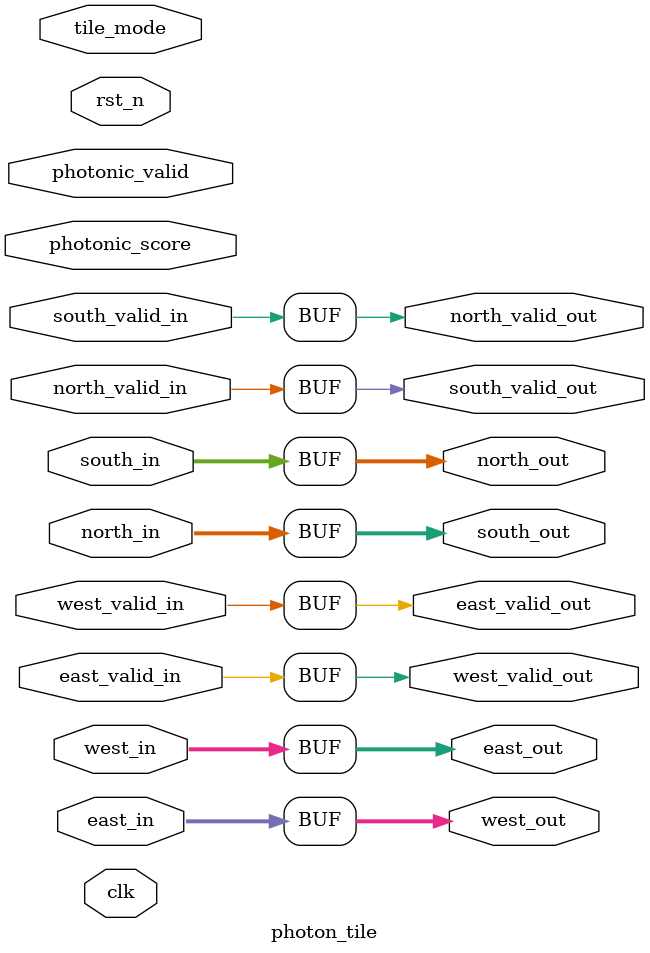
<source format=v>

module photon_tile #(
    parameter GA_DIM     = 32,
    parameter BLADE_W    = 5,
    parameter SRAM_DEPTH = 64,  // 64 multivectors = 2KB local store
    parameter ROUTER_W   = 1088 // 1024-bit MV + 64-bit header
)(
    input  wire                     clk,
    input  wire                     rst_n,
    
    // ---- Mesh Router Interface ----
    // North
    input  wire [ROUTER_W-1:0]      north_in,
    input  wire                     north_valid_in,
    output wire [ROUTER_W-1:0]      north_out,
    output wire                     north_valid_out,
    
    // South
    input  wire [ROUTER_W-1:0]      south_in,
    input  wire                     south_valid_in,
    output wire [ROUTER_W-1:0]      south_out,
    output wire                     south_valid_out,
    
    // East
    input  wire [ROUTER_W-1:0]      east_in,
    input  wire                     east_valid_in,
    output wire [ROUTER_W-1:0]      east_out,
    output wire                     east_valid_out,
    
    // West
    input  wire [ROUTER_W-1:0]      west_in,
    input  wire                     west_valid_in,
    output wire [ROUTER_W-1:0]      west_out,
    output wire                     west_valid_out,
    
    // ---- Photonic Interface ----
    // Score from the Mach-Zehnder interferometer array
    input  wire [31:0]              photonic_score,
    input  wire                     photonic_valid,
    
    // ---- Control ----
    input  wire [1:0]               tile_mode
    // 00 = Idle
    // 01 = Scoring (forward photonic score to mesh)
    // 10 = Aggregation (grade-sparse GP)
    // 11 = RRA Update (rotor * rotor, 256 MADs)
);

    // --------------------------------------------------------
    // Local SRAM (stores multivectors for this tile's partition)
    // --------------------------------------------------------
    reg [32*GA_DIM-1:0] sram [0:SRAM_DEPTH-1];
    reg [5:0]           sram_addr;
    
    // --------------------------------------------------------
    // Grade-Sparse GP Unit
    // Supports three subgrades of the full GP:
    //   - Scalar Product:   32 MADs (scoring)
    //   - Rotor * Vector:   80 MADs (value aggregation)
    //   - Rotor * Rotor:   256 MADs (RRA state update)
    // --------------------------------------------------------
    
    // Rotor indices: grade {0, 2, 4}
    // Blade indices with popcount in {0, 2, 4}
    // Grade 0: [0]
    // Grade 2: [3, 5, 6, 9, 10, 12, 17, 18, 20, 24]
    // Grade 4: [15, 23, 27, 29, 30]
    // Total: 16 rotor components
    
    // Vector indices: grade {1}
    // [1, 2, 4, 8, 16]
    // Total: 5 vector components
    
    // The grade-sparse unit uses a FSM to iterate only over
    // relevant (i,j) pairs based on the current mode.
    
    reg [31:0]          gp_accumulator [0:GA_DIM-1];
    reg [9:0]           gp_counter;      // Max 1024 iterations
    reg                 gp_active;
    reg                 gp_done;
    
    // Precomputed iteration limits for each mode
    wire [9:0] iter_limit;
    assign iter_limit = (tile_mode == 2'b01) ? 10'd32  :   // Scalar product
                        (tile_mode == 2'b10) ? 10'd80  :   // Rotor * Vector
                        (tile_mode == 2'b11) ? 10'd256 :   // Rotor * Rotor
                        10'd0;
    
    always @(posedge clk or negedge rst_n) begin
        if (!rst_n) begin
            gp_counter <= 0;
            gp_active  <= 0;
            gp_done    <= 0;
        end else if (tile_mode != 2'b00 && !gp_active) begin
            gp_active  <= 1;
            gp_counter <= 0;
            gp_done    <= 0;
        end else if (gp_active) begin
            if (gp_counter == iter_limit - 1) begin
                gp_active <= 0;
                gp_done   <= 1;
            end else begin
                gp_counter <= gp_counter + 1;
            end
        end
    end
    
    // --------------------------------------------------------
    // Mesh Router (Simple X-Y Routing)
    // --------------------------------------------------------
    // Each packet has a 64-bit header:
    //   [63:48] = Destination X
    //   [47:32] = Destination Y
    //   [31:16] = Source X
    //   [15:0]  = Packet Type
    
    // For now, simple pass-through routing:
    assign north_out       = south_in;   // Pass south->north
    assign north_valid_out = south_valid_in;
    assign south_out       = north_in;   // Pass north->south
    assign south_valid_out = north_valid_in;
    assign east_out        = west_in;    // Pass west->east
    assign east_valid_out  = west_valid_in;
    assign west_out        = east_in;    // Pass east->west
    assign west_valid_out  = east_valid_in;

endmodule

</source>
